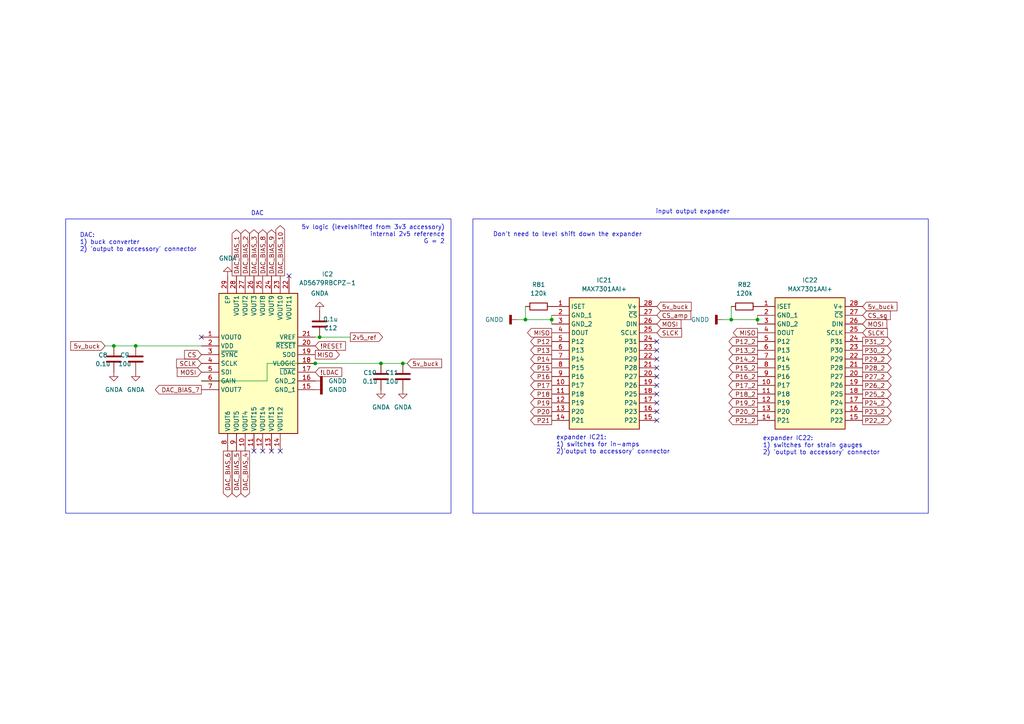
<source format=kicad_sch>
(kicad_sch (version 20231120) (generator "eeschema") (generator_version "8.0")
  (paper "A4")
  (lib_symbols
    (symbol "21xt_preamp-symbols:MAX7301AAI+"
      (property "Reference" "IC" (at 26.67 7.62 0))
      (property "Value" "MAX7301AAI+" (at 26.67 5.08 0))
      (symbol "MAX7301AAI+_1_1"
        (rectangle (start 5.08 2.54) (end 25.4 -35.56) (stroke (width 0.254)) (fill (type background)))
        (pin input line (at 0 0 0) (length 5.08) (name "ISET") (number "1"))
        (pin bidirectional line (at 0 -22.86 0) (length 5.08) (name "P17") (number "10"))
        (pin bidirectional line (at 0 -25.4 0) (length 5.08) (name "P18") (number "11"))
        (pin bidirectional line (at 0 -27.94 0) (length 5.08) (name "P19") (number "12"))
        (pin bidirectional line (at 0 -30.48 0) (length 5.08) (name "P20") (number "13"))
        (pin bidirectional line (at 0 -33.02 0) (length 5.08) (name "P21") (number "14"))
        (pin bidirectional line (at 30.48 -33.02 180) (length 5.08) (name "P22") (number "15"))
        (pin bidirectional line (at 30.48 -30.48 180) (length 5.08) (name "P23") (number "16"))
        (pin bidirectional line (at 30.48 -27.94 180) (length 5.08) (name "P24") (number "17"))
        (pin bidirectional line (at 30.48 -25.4 180) (length 5.08) (name "P25") (number "18"))
        (pin bidirectional line (at 30.48 -22.86 180) (length 5.08) (name "P26") (number "19"))
        (pin power_in line (at 0 -2.54 0) (length 5.08) (name "GND_1") (number "2"))
        (pin bidirectional line (at 30.48 -20.32 180) (length 5.08) (name "P27") (number "20"))
        (pin bidirectional line (at 30.48 -17.78 180) (length 5.08) (name "P28") (number "21"))
        (pin bidirectional line (at 30.48 -15.24 180) (length 5.08) (name "P29") (number "22"))
        (pin bidirectional line (at 30.48 -12.7 180) (length 5.08) (name "P30") (number "23"))
        (pin bidirectional line (at 30.48 -10.16 180) (length 5.08) (name "P31") (number "24"))
        (pin input line (at 30.48 -7.62 180) (length 5.08) (name "SCLK") (number "25"))
        (pin input line (at 30.48 -5.08 180) (length 5.08) (name "DIN") (number "26"))
        (pin input line (at 30.48 -2.54 180) (length 5.08) (name "~{CS}") (number "27"))
        (pin power_in line (at 30.48 0 180) (length 5.08) (name "V+") (number "28"))
        (pin power_in line (at 0 -5.08 0) (length 5.08) (name "GND_2") (number "3"))
        (pin output line (at 0 -7.62 0) (length 5.08) (name "DOUT") (number "4"))
        (pin bidirectional line (at 0 -10.16 0) (length 5.08) (name "P12") (number "5"))
        (pin bidirectional line (at 0 -12.7 0) (length 5.08) (name "P13") (number "6"))
        (pin bidirectional line (at 0 -15.24 0) (length 5.08) (name "P14") (number "7"))
        (pin bidirectional line (at 0 -17.78 0) (length 5.08) (name "P15") (number "8"))
        (pin bidirectional line (at 0 -20.32 0) (length 5.08) (name "P16") (number "9"))
      )
    )
    (symbol "21xt_symbols:AD5679RBCPZ-1"
      (property "Reference" "IC" (at 29.21 17.78 0))
      (property "Value" "AD5679RBCPZ-1" (at 29.21 15.24 0))
      (symbol "AD5679RBCPZ-1_1_1"
        (rectangle (start 5.08 12.7) (end 27.94 -27.94) (stroke (width 0.254)) (fill (type background)))
        (pin passive line (at 0 0 0) (length 5.08) (name "VOUT0") (number "1"))
        (pin passive line (at 12.7 -33.02 90) (length 5.08) (name "VOUT4") (number "10"))
        (pin passive line (at 15.24 -33.02 90) (length 5.08) (name "VOUT15") (number "11"))
        (pin passive line (at 17.78 -33.02 90) (length 5.08) (name "VOUT14") (number "12"))
        (pin passive line (at 20.32 -33.02 90) (length 5.08) (name "VOUT13") (number "13"))
        (pin passive line (at 22.86 -33.02 90) (length 5.08) (name "VOUT12") (number "14"))
        (pin passive line (at 33.02 -15.24 180) (length 5.08) (name "GND_1") (number "15"))
        (pin passive line (at 33.02 -12.7 180) (length 5.08) (name "GND_2") (number "16"))
        (pin passive line (at 33.02 -10.16 180) (length 5.08) (name "~{LDAC}") (number "17"))
        (pin passive line (at 33.02 -7.62 180) (length 5.08) (name "VLOGIC") (number "18"))
        (pin passive line (at 33.02 -5.08 180) (length 5.08) (name "SDO") (number "19"))
        (pin passive line (at 0 -2.54 0) (length 5.08) (name "VDD") (number "2"))
        (pin passive line (at 33.02 -2.54 180) (length 5.08) (name "~{RESET}") (number "20"))
        (pin passive line (at 33.02 0 180) (length 5.08) (name "VREF") (number "21"))
        (pin passive line (at 25.4 17.78 270) (length 5.08) (name "VOUT11") (number "22"))
        (pin passive line (at 22.86 17.78 270) (length 5.08) (name "VOUT10") (number "23"))
        (pin passive line (at 20.32 17.78 270) (length 5.08) (name "VOUT9") (number "24"))
        (pin passive line (at 17.78 17.78 270) (length 5.08) (name "VOUT8") (number "25"))
        (pin passive line (at 15.24 17.78 270) (length 5.08) (name "VOUT3") (number "26"))
        (pin passive line (at 12.7 17.78 270) (length 5.08) (name "VOUT2") (number "27"))
        (pin passive line (at 10.16 17.78 270) (length 5.08) (name "VOUT1") (number "28"))
        (pin passive line (at 7.62 17.78 270) (length 5.08) (name "EP") (number "29"))
        (pin passive line (at 0 -5.08 0) (length 5.08) (name "~{SYNC}") (number "3"))
        (pin passive line (at 0 -7.62 0) (length 5.08) (name "SCLK") (number "4"))
        (pin passive line (at 0 -10.16 0) (length 5.08) (name "SDI") (number "5"))
        (pin passive line (at 0 -12.7 0) (length 5.08) (name "GAIN") (number "6"))
        (pin passive line (at 0 -15.24 0) (length 5.08) (name "VOUT7") (number "7"))
        (pin passive line (at 7.62 -33.02 90) (length 5.08) (name "VOUT6") (number "8"))
        (pin passive line (at 10.16 -33.02 90) (length 5.08) (name "VOUT5") (number "9"))
      )
    )
    (symbol "Device:C" (pin_numbers hide) (pin_names (offset 0.254))
      (property "Reference" "C" (at 0.635 2.54 0))
      (property "Value" "C" (at 0.635 -2.54 0))
      (symbol "C_0_1"
        (polyline (pts (xy -2.032 -0.762) (xy 2.032 -0.762)) (stroke (width 0.508)))
        (polyline (pts (xy -2.032 0.762) (xy 2.032 0.762)) (stroke (width 0.508)))
      )
      (symbol "C_1_1"
        (pin passive line (at 0 3.81 270) (length 2.794) (name "~") (number "1"))
        (pin passive line (at 0 -3.81 90) (length 2.794) (name "~") (number "2"))
      )
    )
    (symbol "Device:R" (pin_numbers hide) (pin_names (offset 0))
      (property "Reference" "R" (at 2.032 0 90))
      (property "Value" "R" (at 0 0 90))
      (symbol "R_0_1"
        (rectangle (start -1.016 -2.54) (end 1.016 2.54) (stroke (width 0.254)))
      )
      (symbol "R_1_1"
        (pin passive line (at 0 3.81 270) (length 1.27) (name "~") (number "1"))
        (pin passive line (at 0 -3.81 90) (length 1.27) (name "~") (number "2"))
      )
    )
    (symbol "power:GNDA" (power) (pin_numbers hide) (pin_names (offset 0) hide)
      (property "Value" "GNDA" (at 0 -3.81 0))
      (symbol "GNDA_0_1"
        (polyline (pts (xy 0 0) (xy 0 -1.27) (xy 1.27 -1.27) (xy 0 -2.54) (xy -1.27 -1.27) (xy 0 -1.27)))
      )
      (symbol "GNDA_1_1"
        (pin power_in line (at 0 0 270) (length 0) (name "~") (number "1"))
      )
    )
    (symbol "power:GNDD" (power) (pin_numbers hide) (pin_names (offset 0) hide)
      (property "Value" "GNDD" (at 0 -3.175 0))
      (symbol "GNDD_0_1"
        (rectangle (start -1.27 -1.524) (end 1.27 -2.032) (stroke (width 0.254)) (fill (type outline)))
        (polyline (pts (xy 0 0) (xy 0 -1.524)))
      )
      (symbol "GNDD_1_1"
        (pin power_in line (at 0 0 270) (length 0) (name "~") (number "1"))
      )
    )
  )
  (junction (at 110.49 105.41))
  (junction (at 212.09 92.71))
  (junction (at 160.02 92.71))
  (junction (at 92.71 97.79))
  (junction (at 91.44 105.41))
  (junction (at 219.71 92.71))
  (junction (at 152.4 92.71))
  (junction (at 33.02 100.33))
  (junction (at 116.84 105.41))
  (junction (at 39.37 100.33))
  (no_connect (at 190.5 99.06))
  (no_connect (at 83.82 80.01))
  (no_connect (at 81.28 130.81))
  (no_connect (at 190.5 106.68))
  (no_connect (at 78.74 130.81))
  (no_connect (at 190.5 121.92))
  (no_connect (at 190.5 109.22))
  (no_connect (at 190.5 114.3))
  (no_connect (at 58.42 97.79))
  (no_connect (at 73.66 130.81))
  (no_connect (at 76.2 130.81))
  (no_connect (at 190.5 116.84))
  (no_connect (at 190.5 104.14))
  (no_connect (at 190.5 101.6))
  (no_connect (at 190.5 111.76))
  (no_connect (at 190.5 119.38))
  (wire (pts (xy 160.02 92.71) (xy 160.02 91.44)))
  (wire (pts (xy 92.71 97.79) (xy 101.6 97.79)))
  (wire (pts (xy 160.02 92.71) (xy 160.02 93.98)))
  (wire (pts (xy 91.44 105.41) (xy 110.49 105.41)))
  (wire (pts (xy 77.47 105.41) (xy 91.44 105.41)))
  (wire (pts (xy 116.84 105.41) (xy 118.11 105.41)))
  (wire (pts (xy 58.42 110.49) (xy 77.47 110.49)))
  (wire (pts (xy 39.37 100.33) (xy 58.42 100.33)))
  (wire (pts (xy 30.48 100.33) (xy 33.02 100.33)))
  (wire (pts (xy 209.55 92.71) (xy 212.09 92.71)))
  (wire (pts (xy 91.44 97.79) (xy 92.71 97.79)))
  (wire (pts (xy 152.4 88.9) (xy 152.4 92.71)))
  (wire (pts (xy 152.4 92.71) (xy 160.02 92.71)))
  (wire (pts (xy 212.09 92.71) (xy 219.71 92.71)))
  (wire (pts (xy 219.71 91.44) (xy 219.71 92.71)))
  (wire (pts (xy 219.71 92.71) (xy 219.71 93.98)))
  (wire (pts (xy 77.47 110.49) (xy 77.47 105.41)))
  (wire (pts (xy 33.02 100.33) (xy 39.37 100.33)))
  (wire (pts (xy 110.49 105.41) (xy 116.84 105.41)))
  (wire (pts (xy 149.86 92.71) (xy 152.4 92.71)))
  (wire (pts (xy 212.09 88.9) (xy 212.09 92.71)))
  (rectangle (start 19.05 63.5) (end 130.81 148.844))
  (rectangle (start 137.16 63.5) (end 269.24 148.844))
  (text "expander IC22:\n1) switches for strain gauges\n2) 'output to accessory' connector" (at 221.234 129.286 0) (effects (font (size 1.27 1.27)) (justify left)))
  (text "Don't need to level shift down the expander" (at 164.592 68.072 0) (effects (font (size 1.27 1.27))))
  (text "5v logic (levelshifted from 3v3 accessory)\ninternal 2v5 reference\nG = 2" (at 129.032 68.072 0) (effects (font (size 1.27 1.27)) (justify right)))
  (text "expander IC21:\n1) switches for in-amps\n2)'output to accessory' connector" (at 161.29 129.032 0) (effects (font (size 1.27 1.27)) (justify left)))
  (text "input output expander" (at 200.914 61.468 0) (effects (font (size 1.27 1.27))))
  (text "DAC:\n1) buck converter\n2) 'output to accessory' connector" (at 23.114 70.358 0) (effects (font (size 1.27 1.27)) (justify left)))
  (text "DAC" (at 74.676 61.976 0) (effects (font (size 1.27 1.27))))
  (global_label "CS_amp" (shape input) (at 190.5 91.44 0) (property "Intersheetrefs" "${INTERSHEET_REFS}" (effects (hide yes))))
  (global_label "5v_buck" (shape input) (at 250.19 88.9 0) (property "Intersheetrefs" "${INTERSHEET_REFS}" (effects (hide yes))))
  (global_label "P14" (shape output) (at 160.02 104.14 180) (property "Intersheetrefs" "${INTERSHEET_REFS}" (effects (hide yes))))
  (global_label "P28_2" (shape output) (at 250.19 106.68 0) (property "Intersheetrefs" "${INTERSHEET_REFS}" (effects (hide yes))))
  (global_label "MISO" (shape output) (at 219.71 96.52 180) (property "Intersheetrefs" "${INTERSHEET_REFS}" (effects (hide yes))))
  (global_label "P25_2" (shape output) (at 250.19 114.3 0) (property "Intersheetrefs" "${INTERSHEET_REFS}" (effects (hide yes))))
  (global_label "DAC_BIAS_5" (shape output) (at 68.58 130.81 270) (property "Intersheetrefs" "${INTERSHEET_REFS}" (effects (hide yes))))
  (global_label "DAC_BIAS_1" (shape output) (at 68.58 80.01 90) (property "Intersheetrefs" "${INTERSHEET_REFS}" (effects (hide yes))))
  (global_label "DAC_BIAS_7" (shape output) (at 58.42 113.03 180) (property "Intersheetrefs" "${INTERSHEET_REFS}" (effects (hide yes))))
  (global_label "P19" (shape output) (at 160.02 116.84 180) (property "Intersheetrefs" "${INTERSHEET_REFS}" (effects (hide yes))))
  (global_label "P23_2" (shape output) (at 250.19 119.38 0) (property "Intersheetrefs" "${INTERSHEET_REFS}" (effects (hide yes))))
  (global_label "MOSI" (shape input) (at 250.19 93.98 0) (property "Intersheetrefs" "${INTERSHEET_REFS}" (effects (hide yes))))
  (global_label "P14_2" (shape output) (at 219.71 104.14 180) (property "Intersheetrefs" "${INTERSHEET_REFS}" (effects (hide yes))))
  (global_label "MISO" (shape output) (at 91.44 102.87 0) (property "Intersheetrefs" "${INTERSHEET_REFS}" (effects (hide yes))))
  (global_label "DAC_BIAS_3" (shape output) (at 73.66 80.01 90) (property "Intersheetrefs" "${INTERSHEET_REFS}" (effects (hide yes))))
  (global_label "P24_2" (shape output) (at 250.19 116.84 0) (property "Intersheetrefs" "${INTERSHEET_REFS}" (effects (hide yes))))
  (global_label "P15" (shape output) (at 160.02 106.68 180) (property "Intersheetrefs" "${INTERSHEET_REFS}" (effects (hide yes))))
  (global_label "P19_2" (shape output) (at 219.71 116.84 180) (property "Intersheetrefs" "${INTERSHEET_REFS}" (effects (hide yes))))
  (global_label "SLCK" (shape input) (at 190.5 96.52 0) (property "Intersheetrefs" "${INTERSHEET_REFS}" (effects (hide yes))))
  (global_label "P20" (shape output) (at 160.02 119.38 180) (property "Intersheetrefs" "${INTERSHEET_REFS}" (effects (hide yes))))
  (global_label "CS_sg" (shape input) (at 250.19 91.44 0) (property "Intersheetrefs" "${INTERSHEET_REFS}" (effects (hide yes))))
  (global_label "P30_2" (shape output) (at 250.19 101.6 0) (property "Intersheetrefs" "${INTERSHEET_REFS}" (effects (hide yes))))
  (global_label "SCLK" (shape input) (at 58.42 105.41 180) (property "Intersheetrefs" "${INTERSHEET_REFS}" (effects (hide yes))))
  (global_label "MOSI" (shape input) (at 58.42 107.95 180) (property "Intersheetrefs" "${INTERSHEET_REFS}" (effects (hide yes))))
  (global_label "P22_2" (shape output) (at 250.19 121.92 0) (property "Intersheetrefs" "${INTERSHEET_REFS}" (effects (hide yes))))
  (global_label "P27_2" (shape output) (at 250.19 109.22 0) (property "Intersheetrefs" "${INTERSHEET_REFS}" (effects (hide yes))))
  (global_label "CS" (shape input) (at 58.42 102.87 180) (property "Intersheetrefs" "${INTERSHEET_REFS}" (effects (hide yes))))
  (global_label "P29_2" (shape output) (at 250.19 104.14 0) (property "Intersheetrefs" "${INTERSHEET_REFS}" (effects (hide yes))))
  (global_label "DAC_BIAS_6" (shape output) (at 66.04 130.81 270) (property "Intersheetrefs" "${INTERSHEET_REFS}" (effects (hide yes))))
  (global_label "P13_2" (shape output) (at 219.71 101.6 180) (property "Intersheetrefs" "${INTERSHEET_REFS}" (effects (hide yes))))
  (global_label "DAC_BIAS_4" (shape output) (at 71.12 130.81 270) (property "Intersheetrefs" "${INTERSHEET_REFS}" (effects (hide yes))))
  (global_label "P12" (shape output) (at 160.02 99.06 180) (property "Intersheetrefs" "${INTERSHEET_REFS}" (effects (hide yes))))
  (global_label "5v_buck" (shape input) (at 30.48 100.33 180) (property "Intersheetrefs" "${INTERSHEET_REFS}" (effects (hide yes))))
  (global_label "MOSI" (shape input) (at 190.5 93.98 0) (property "Intersheetrefs" "${INTERSHEET_REFS}" (effects (hide yes))))
  (global_label "P16" (shape output) (at 160.02 109.22 180) (property "Intersheetrefs" "${INTERSHEET_REFS}" (effects (hide yes))))
  (global_label "DAC_BIAS_8" (shape output) (at 76.2 80.01 90) (property "Intersheetrefs" "${INTERSHEET_REFS}" (effects (hide yes))))
  (global_label "P17" (shape output) (at 160.02 111.76 180) (property "Intersheetrefs" "${INTERSHEET_REFS}" (effects (hide yes))))
  (global_label "!LDAC" (shape input) (at 91.44 107.95 0) (property "Intersheetrefs" "${INTERSHEET_REFS}" (effects (hide yes))))
  (global_label "P20_2" (shape output) (at 219.71 119.38 180) (property "Intersheetrefs" "${INTERSHEET_REFS}" (effects (hide yes))))
  (global_label "2v5_ref" (shape output) (at 101.6 97.79 0) (property "Intersheetrefs" "${INTERSHEET_REFS}" (effects (hide yes))))
  (global_label "P12_2" (shape output) (at 219.71 99.06 180) (property "Intersheetrefs" "${INTERSHEET_REFS}" (effects (hide yes))))
  (global_label "P15_2" (shape output) (at 219.71 106.68 180) (property "Intersheetrefs" "${INTERSHEET_REFS}" (effects (hide yes))))
  (global_label "DAC_BIAS_2" (shape output) (at 71.12 80.01 90) (property "Intersheetrefs" "${INTERSHEET_REFS}" (effects (hide yes))))
  (global_label "MISO" (shape output) (at 160.02 96.52 180) (property "Intersheetrefs" "${INTERSHEET_REFS}" (effects (hide yes))))
  (global_label "5v_buck" (shape input) (at 118.11 105.41 0) (property "Intersheetrefs" "${INTERSHEET_REFS}" (effects (hide yes))))
  (global_label "DAC_BIAS_9" (shape output) (at 78.74 80.01 90) (property "Intersheetrefs" "${INTERSHEET_REFS}" (effects (hide yes))))
  (global_label "P17_2" (shape output) (at 219.71 111.76 180) (property "Intersheetrefs" "${INTERSHEET_REFS}" (effects (hide yes))))
  (global_label "5v_buck" (shape input) (at 190.5 88.9 0) (property "Intersheetrefs" "${INTERSHEET_REFS}" (effects (hide yes))))
  (global_label "P31_2" (shape output) (at 250.19 99.06 0) (property "Intersheetrefs" "${INTERSHEET_REFS}" (effects (hide yes))))
  (global_label "P18" (shape output) (at 160.02 114.3 180) (property "Intersheetrefs" "${INTERSHEET_REFS}" (effects (hide yes))))
  (global_label "P18_2" (shape output) (at 219.71 114.3 180) (property "Intersheetrefs" "${INTERSHEET_REFS}" (effects (hide yes))))
  (global_label "P21_2" (shape output) (at 219.71 121.92 180) (property "Intersheetrefs" "${INTERSHEET_REFS}" (effects (hide yes))))
  (global_label "!RESET" (shape input) (at 91.44 100.33 0) (property "Intersheetrefs" "${INTERSHEET_REFS}" (effects (hide yes))))
  (global_label "P21" (shape output) (at 160.02 121.92 180) (property "Intersheetrefs" "${INTERSHEET_REFS}" (effects (hide yes))))
  (global_label "DAC_BIAS_10" (shape output) (at 81.28 80.01 90) (property "Intersheetrefs" "${INTERSHEET_REFS}" (effects (hide yes))))
  (global_label "P16_2" (shape output) (at 219.71 109.22 180) (property "Intersheetrefs" "${INTERSHEET_REFS}" (effects (hide yes))))
  (global_label "P26_2" (shape output) (at 250.19 111.76 0) (property "Intersheetrefs" "${INTERSHEET_REFS}" (effects (hide yes))))
  (global_label "SLCK" (shape input) (at 250.19 96.52 0) (property "Intersheetrefs" "${INTERSHEET_REFS}" (effects (hide yes))))
  (global_label "P13" (shape output) (at 160.02 101.6 180) (property "Intersheetrefs" "${INTERSHEET_REFS}" (effects (hide yes))))
  (symbol (lib_id "Device:C") (at 39.37 104.14 180) (unit 1)
    (property "Reference" "C9" (at 36.195 102.997 0))
    (property "Value" "10u" (at 36.195 105.537 0))
    (property "Description" "Unpolarized capacitor" (effects (hide yes)))
  )
  (symbol (lib_id "Device:C") (at 92.71 93.98 0) (unit 1)
    (property "Reference" "C12" (at 95.885 95.123 0))
    (property "Value" "0.1u" (at 95.885 92.583 0))
    (property "Description" "Unpolarized capacitor" (effects (hide yes)))
  )
  (symbol (lib_id "power:GNDA") (at 39.37 107.95 0) (unit 1)
    (property "Reference" "#PWR013" (effects (hide yes)))
    (property "Value" "GNDA" (at 39.37 113.03 0))
    (property "Description" "Power symbol creates a global label with name \"GNDA\" , analog ground" (effects (hide yes)))
  )
  (symbol (lib_id "power:GNDA") (at 66.04 80.01 180) (unit 1)
    (property "Reference" "#PWR018" (effects (hide yes)))
    (property "Value" "GNDA" (at 66.04 74.93 0))
    (property "Description" "Power symbol creates a global label with name \"GNDA\" , analog ground" (effects (hide yes)))
  )
  (symbol (lib_id "power:GNDD") (at 209.55 92.71 270) (unit 1)
    (property "Reference" "#PWR0106" (effects (hide yes)))
    (property "Value" "GNDD" (at 205.74 92.7099 90) (effects (justify right)))
    (property "Description" "Power symbol creates a global label with name \"GNDD\" , digital ground" (effects (hide yes)))
  )
  (symbol (lib_id "21xt_preamp-symbols:MAX7301AAI+") (at 219.71 88.9 0) (unit 1)
    (property "Reference" "IC22" (at 234.95 81.28 0))
    (property "Value" "MAX7301AAI+" (at 234.95 83.82 0))
    (property "Footprint" "pre_amp_footprint_lib:MAX7301AAI_footprint" (effects (hide yes)))
    (property "Datasheet" "https://datasheets.maximintegrated.com/en/ds/MAX7301.pdf" (effects (hide yes)))
    (property "Description" "Maxim MAX7301AAI+, Input Output Controller 20-USB, 28-Pin SSOP" (effects (hide yes)))
    (property "Height" "1.99" (effects (hide yes)))
    (property "Mouser Part Number" "700-MAX7301AAI" (effects (hide yes)))
    (property "Mouser Price/Stock" "https://www.mouser.co.uk/ProductDetail/Analog-Devices-Maxim-Integrated/MAX7301AAI%2b?qs=1THa7WoU59Gz%252B5ryoHm2Pw%3D%3D" (effects (hide yes)))
    (property "Manufacturer_Name" "Analog Devices" (effects (hide yes)))
    (property "Manufacturer_Part_Number" "MAX7301AAI+" (effects (hide yes)))
  )
  (symbol (lib_id "Device:C") (at 116.84 109.22 180) (unit 1)
    (property "Reference" "C11" (at 113.665 108.077 0))
    (property "Value" "10u" (at 113.665 110.617 0))
    (property "Description" "Unpolarized capacitor" (effects (hide yes)))
  )
  (symbol (lib_id "power:GNDD") (at 149.86 92.71 270) (unit 1)
    (property "Reference" "#PWR0108" (effects (hide yes)))
    (property "Value" "GNDD" (at 146.05 92.7099 90) (effects (justify right)))
    (property "Description" "Power symbol creates a global label with name \"GNDD\" , digital ground" (effects (hide yes)))
  )
  (symbol (lib_id "Device:R") (at 156.21 88.9 90) (unit 1)
    (property "Reference" "R81" (at 156.21 82.55 90))
    (property "Value" "120k" (at 156.21 85.09 90))
    (property "Description" "Resistor" (effects (hide yes)))
  )
  (symbol (lib_id "power:GNDA") (at 33.02 107.95 0) (unit 1)
    (property "Reference" "#PWR012" (effects (hide yes)))
    (property "Value" "GNDA" (at 33.02 113.03 0))
    (property "Description" "Power symbol creates a global label with name \"GNDA\" , analog ground" (effects (hide yes)))
  )
  (symbol (lib_id "Device:C") (at 33.02 104.14 180) (unit 1)
    (property "Reference" "C8" (at 29.845 102.997 0))
    (property "Value" "0.1u" (at 29.845 105.537 0))
    (property "Description" "Unpolarized capacitor" (effects (hide yes)))
  )
  (symbol (lib_id "power:GNDA") (at 116.84 113.03 0) (unit 1)
    (property "Reference" "#PWR017" (effects (hide yes)))
    (property "Value" "GNDA" (at 116.84 118.11 0))
    (property "Description" "Power symbol creates a global label with name \"GNDA\" , analog ground" (effects (hide yes)))
  )
  (symbol (lib_id "Device:R") (at 215.9 88.9 90) (unit 1)
    (property "Reference" "R82" (at 215.9 82.55 90))
    (property "Value" "120k" (at 215.9 85.09 90))
    (property "Description" "Resistor" (effects (hide yes)))
  )
  (symbol (lib_id "Device:C") (at 110.49 109.22 180) (unit 1)
    (property "Reference" "C10" (at 107.315 108.077 0))
    (property "Value" "0.1u" (at 107.315 110.617 0))
    (property "Description" "Unpolarized capacitor" (effects (hide yes)))
  )
  (symbol (lib_id "power:GNDD") (at 91.44 110.49 90) (unit 1)
    (property "Reference" "#PWR014" (effects (hide yes)))
    (property "Value" "GNDD" (at 95.25 110.4899 90) (effects (justify right)))
    (property "Description" "Power symbol creates a global label with name \"GNDD\" , digital ground" (effects (hide yes)))
  )
  (symbol (lib_id "21xt_preamp-symbols:MAX7301AAI+") (at 160.02 88.9 0) (unit 1)
    (property "Reference" "IC21" (at 175.26 81.28 0))
    (property "Value" "MAX7301AAI+" (at 175.26 83.82 0))
    (property "Footprint" "pre_amp_footprint_lib:MAX7301AAI_footprint" (effects (hide yes)))
    (property "Datasheet" "https://datasheets.maximintegrated.com/en/ds/MAX7301.pdf" (effects (hide yes)))
    (property "Description" "Maxim MAX7301AAI+, Input Output Controller 20-USB, 28-Pin SSOP" (effects (hide yes)))
    (property "Height" "1.99" (effects (hide yes)))
    (property "Mouser Part Number" "700-MAX7301AAI" (effects (hide yes)))
    (property "Mouser Price/Stock" "https://www.mouser.co.uk/ProductDetail/Analog-Devices-Maxim-Integrated/MAX7301AAI%2b?qs=1THa7WoU59Gz%252B5ryoHm2Pw%3D%3D" (effects (hide yes)))
    (property "Manufacturer_Name" "Analog Devices" (effects (hide yes)))
    (property "Manufacturer_Part_Number" "MAX7301AAI+" (effects (hide yes)))
  )
  (symbol (lib_id "power:GNDA") (at 92.71 90.17 180) (unit 1)
    (property "Reference" "#PWR019" (effects (hide yes)))
    (property "Value" "GNDA" (at 92.71 85.09 0))
    (property "Description" "Power symbol creates a global label with name \"GNDA\" , analog ground" (effects (hide yes)))
  )
  (symbol (lib_id "power:GNDA") (at 110.49 113.03 0) (unit 1)
    (property "Reference" "#PWR016" (effects (hide yes)))
    (property "Value" "GNDA" (at 110.49 118.11 0))
    (property "Description" "Power symbol creates a global label with name \"GNDA\" , analog ground" (effects (hide yes)))
  )
  (symbol (lib_id "21xt_symbols:AD5679RBCPZ-1") (at 58.42 97.79 0) (unit 1)
    (property "Reference" "IC2" (at 94.996 79.502 0))
    (property "Value" "AD5679RBCPZ-1" (at 94.996 82.042 0))
    (property "Footprint" "21xt_footprints:QFN40P400X400X100-29N-D" (effects (hide yes)))
    (property "Datasheet" "https://componentsearchengine.com/Datasheets/1/AD5679RBCPZ-1.pdf" (effects (hide yes)))
    (property "Description" "ADI" (effects (hide yes)))
    (property "Height" "1" (effects (hide yes)))
    (property "Mouser Part Number" "584-AD5679RBCPZ-1" (effects (hide yes)))
    (property "Mouser Price/Stock" "https://www.mouser.co.uk/ProductDetail/Analog-Devices/AD5679RBCPZ-1?qs=u16ybLDytRZN3sdxACBybw%3D%3D" (effects (hide yes)))
    (property "Manufacturer_Name" "Analog Devices" (effects (hide yes)))
    (property "Manufacturer_Part_Number" "AD5679RBCPZ-1" (effects (hide yes)))
  )
  (symbol (lib_id "power:GNDD") (at 91.44 113.03 90) (unit 1)
    (property "Reference" "#PWR015" (effects (hide yes)))
    (property "Value" "GNDD" (at 95.25 113.0299 90) (effects (justify right)))
    (property "Description" "Power symbol creates a global label with name \"GNDD\" , digital ground" (effects (hide yes)))
  )
)
</source>
